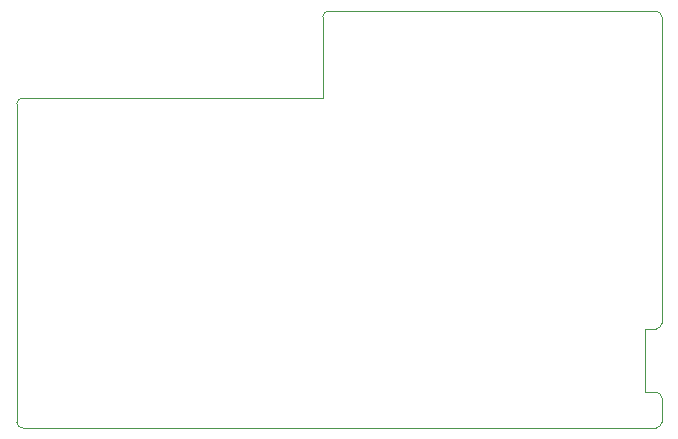
<source format=gbr>
%TF.GenerationSoftware,KiCad,Pcbnew,(6.0.2)*%
%TF.CreationDate,2022-05-25T22:27:01-04:00*%
%TF.ProjectId,breakout_slime,62726561-6b6f-4757-945f-736c696d652e,v0.1.4*%
%TF.SameCoordinates,Original*%
%TF.FileFunction,Profile,NP*%
%FSLAX46Y46*%
G04 Gerber Fmt 4.6, Leading zero omitted, Abs format (unit mm)*
G04 Created by KiCad (PCBNEW (6.0.2)) date 2022-05-25 22:27:01*
%MOMM*%
%LPD*%
G01*
G04 APERTURE LIST*
%TA.AperFunction,Profile*%
%ADD10C,0.100000*%
%TD*%
G04 APERTURE END LIST*
D10*
X48895000Y-63754000D02*
X48895000Y-36830000D01*
X102997000Y-64262000D02*
X49403000Y-64262000D01*
X102108000Y-55880000D02*
X102108000Y-61214000D01*
X103505000Y-29464000D02*
X103505000Y-55372000D01*
X102997000Y-64262000D02*
G75*
G03*
X103505000Y-63754000I-1J508001D01*
G01*
X103505000Y-61722000D02*
X103505000Y-63754000D01*
X103505000Y-29464000D02*
G75*
G03*
X102997000Y-28956000I-508001J-1D01*
G01*
X75311000Y-28956000D02*
G75*
G03*
X74803000Y-29464000I1J-508001D01*
G01*
X48895000Y-63754000D02*
G75*
G03*
X49403000Y-64262000I508001J1D01*
G01*
X102997000Y-61214000D02*
X102108000Y-61214000D01*
X103505000Y-61722000D02*
G75*
G03*
X102997000Y-61214000I-508001J-1D01*
G01*
X102997000Y-55880000D02*
G75*
G03*
X103505000Y-55372000I-1J508001D01*
G01*
X49403000Y-36322000D02*
G75*
G03*
X48895000Y-36830000I1J-508001D01*
G01*
X102997000Y-55880000D02*
X102108000Y-55880000D01*
X74803000Y-36322000D02*
X49403000Y-36322000D01*
X75311000Y-28956000D02*
X102997000Y-28956000D01*
X74803000Y-36322000D02*
X74803000Y-29464000D01*
M02*

</source>
